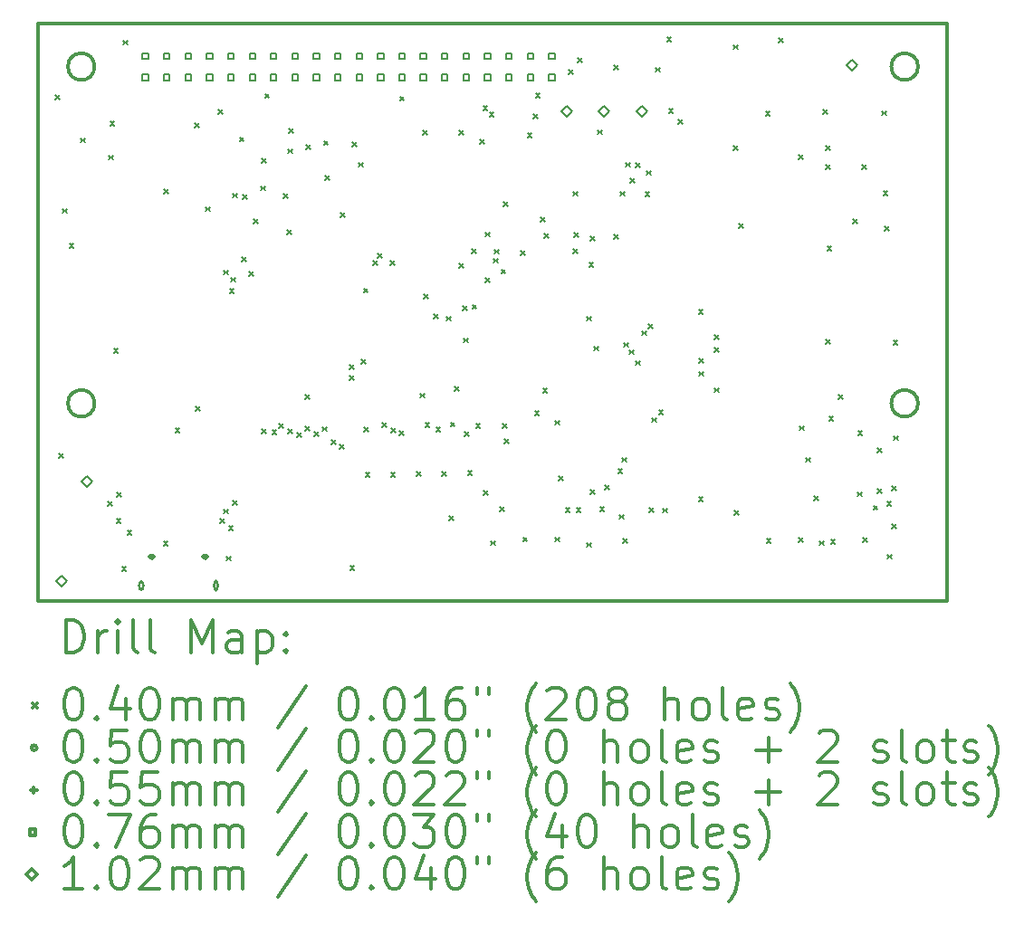
<source format=gbr>
%FSLAX45Y45*%
G04 Gerber Fmt 4.5, Leading zero omitted, Abs format (unit mm)*
G04 Created by KiCad (PCBNEW 4.0.2-stable) date 2016年08月10日水曜日 11:58:24*
%MOMM*%
G01*
G04 APERTURE LIST*
%ADD10C,0.127000*%
%ADD11C,0.300000*%
%ADD12C,0.200000*%
G04 APERTURE END LIST*
D10*
D11*
X8221200Y-3548800D02*
G75*
G03X8221200Y-3548800I-125000J0D01*
G01*
X8221200Y-398800D02*
G75*
G03X8221200Y-398800I-125000J0D01*
G01*
X521200Y-3548800D02*
G75*
G03X521200Y-3548800I-125000J0D01*
G01*
X521200Y-398800D02*
G75*
G03X521200Y-398800I-125000J0D01*
G01*
X8496200Y1200D02*
X-3800Y1200D01*
X-3800Y1200D02*
X-3800Y-5398800D01*
X8496200Y-5398800D02*
X-3800Y-5398800D01*
X8496200Y1200D02*
X8496200Y-5398800D01*
D12*
X156200Y-668800D02*
X196200Y-708800D01*
X196200Y-668800D02*
X156200Y-708800D01*
X186200Y-4018800D02*
X226200Y-4058800D01*
X226200Y-4018800D02*
X186200Y-4058800D01*
X221200Y-1728800D02*
X261200Y-1768800D01*
X261200Y-1728800D02*
X221200Y-1768800D01*
X286200Y-2053800D02*
X326200Y-2093800D01*
X326200Y-2053800D02*
X286200Y-2093800D01*
X391200Y-1068800D02*
X431200Y-1108800D01*
X431200Y-1068800D02*
X391200Y-1108800D01*
X646200Y-4468800D02*
X686200Y-4508800D01*
X686200Y-4468800D02*
X646200Y-4508800D01*
X656200Y-1228800D02*
X696200Y-1268800D01*
X696200Y-1228800D02*
X656200Y-1268800D01*
X666200Y-908800D02*
X706200Y-948800D01*
X706200Y-908800D02*
X666200Y-948800D01*
X701200Y-3033800D02*
X741200Y-3073800D01*
X741200Y-3033800D02*
X701200Y-3073800D01*
X726200Y-4628800D02*
X766200Y-4668800D01*
X766200Y-4628800D02*
X726200Y-4668800D01*
X730950Y-4383550D02*
X770950Y-4423550D01*
X770950Y-4383550D02*
X730950Y-4423550D01*
X776200Y-5078800D02*
X816200Y-5118800D01*
X816200Y-5078800D02*
X776200Y-5118800D01*
X788200Y-154800D02*
X828200Y-194800D01*
X828200Y-154800D02*
X788200Y-194800D01*
X826200Y-4738800D02*
X866200Y-4778800D01*
X866200Y-4738800D02*
X826200Y-4778800D01*
X1166200Y-4838800D02*
X1206200Y-4878800D01*
X1206200Y-4838800D02*
X1166200Y-4878800D01*
X1171200Y-1543800D02*
X1211200Y-1583800D01*
X1211200Y-1543800D02*
X1171200Y-1583800D01*
X1276200Y-3778800D02*
X1316200Y-3818800D01*
X1316200Y-3778800D02*
X1276200Y-3818800D01*
X1456200Y-928800D02*
X1496200Y-968800D01*
X1496200Y-928800D02*
X1456200Y-968800D01*
X1466200Y-3578800D02*
X1506200Y-3618800D01*
X1506200Y-3578800D02*
X1466200Y-3618800D01*
X1561200Y-1710800D02*
X1601200Y-1750800D01*
X1601200Y-1710800D02*
X1561200Y-1750800D01*
X1675200Y-802800D02*
X1715200Y-842800D01*
X1715200Y-802800D02*
X1675200Y-842800D01*
X1696200Y-4628800D02*
X1736200Y-4668800D01*
X1736200Y-4628800D02*
X1696200Y-4668800D01*
X1726200Y-4538800D02*
X1766200Y-4578800D01*
X1766200Y-4538800D02*
X1726200Y-4578800D01*
X1728840Y-2303800D02*
X1768840Y-2343800D01*
X1768840Y-2303800D02*
X1728840Y-2343800D01*
X1756200Y-4978800D02*
X1796200Y-5018800D01*
X1796200Y-4978800D02*
X1756200Y-5018800D01*
X1776200Y-4698800D02*
X1816200Y-4738800D01*
X1816200Y-4698800D02*
X1776200Y-4738800D01*
X1783200Y-2476800D02*
X1823200Y-2516800D01*
X1823200Y-2476800D02*
X1783200Y-2516800D01*
X1798220Y-2373180D02*
X1838220Y-2413180D01*
X1838220Y-2373180D02*
X1798220Y-2413180D01*
X1811200Y-1584800D02*
X1851200Y-1624800D01*
X1851200Y-1584800D02*
X1811200Y-1624800D01*
X1816200Y-4458800D02*
X1856200Y-4498800D01*
X1856200Y-4458800D02*
X1816200Y-4498800D01*
X1876200Y-1058800D02*
X1916200Y-1098800D01*
X1916200Y-1058800D02*
X1876200Y-1098800D01*
X1896200Y-2178800D02*
X1936200Y-2218800D01*
X1936200Y-2178800D02*
X1896200Y-2218800D01*
X1906200Y-1598800D02*
X1946200Y-1638800D01*
X1946200Y-1598800D02*
X1906200Y-1638800D01*
X1966200Y-2318800D02*
X2006200Y-2358800D01*
X2006200Y-2318800D02*
X1966200Y-2358800D01*
X2006200Y-1828800D02*
X2046200Y-1868800D01*
X2046200Y-1828800D02*
X2006200Y-1868800D01*
X2076120Y-1516060D02*
X2116120Y-1556060D01*
X2116120Y-1516060D02*
X2076120Y-1556060D01*
X2081700Y-1260000D02*
X2121700Y-1300000D01*
X2121700Y-1260000D02*
X2081700Y-1300000D01*
X2084180Y-3787690D02*
X2124180Y-3827690D01*
X2124180Y-3787690D02*
X2084180Y-3827690D01*
X2113830Y-653800D02*
X2153830Y-693800D01*
X2153830Y-653800D02*
X2113830Y-693800D01*
X2181200Y-3798800D02*
X2221200Y-3838800D01*
X2221200Y-3798800D02*
X2181200Y-3838800D01*
X2247200Y-3737800D02*
X2287200Y-3777800D01*
X2287200Y-3737800D02*
X2247200Y-3777800D01*
X2287200Y-1590800D02*
X2327200Y-1630800D01*
X2327200Y-1590800D02*
X2287200Y-1630800D01*
X2322200Y-1925800D02*
X2362200Y-1965800D01*
X2362200Y-1925800D02*
X2322200Y-1965800D01*
X2329200Y-1169800D02*
X2369200Y-1209800D01*
X2369200Y-1169800D02*
X2329200Y-1209800D01*
X2329200Y-3791800D02*
X2369200Y-3831800D01*
X2369200Y-3791800D02*
X2329200Y-3831800D01*
X2336200Y-978800D02*
X2376200Y-1018800D01*
X2376200Y-978800D02*
X2336200Y-1018800D01*
X2413200Y-3824800D02*
X2453200Y-3864800D01*
X2453200Y-3824800D02*
X2413200Y-3864800D01*
X2491200Y-3468800D02*
X2531200Y-3508800D01*
X2531200Y-3468800D02*
X2491200Y-3508800D01*
X2491200Y-3766800D02*
X2531200Y-3806800D01*
X2531200Y-3766800D02*
X2491200Y-3806800D01*
X2500200Y-1129800D02*
X2540200Y-1169800D01*
X2540200Y-1129800D02*
X2500200Y-1169800D01*
X2573200Y-3817800D02*
X2613200Y-3857800D01*
X2613200Y-3817800D02*
X2573200Y-3857800D01*
X2649200Y-3768800D02*
X2689200Y-3808800D01*
X2689200Y-3768800D02*
X2649200Y-3808800D01*
X2665200Y-1093800D02*
X2705200Y-1133800D01*
X2705200Y-1093800D02*
X2665200Y-1133800D01*
X2678200Y-1417800D02*
X2718200Y-1457800D01*
X2718200Y-1417800D02*
X2678200Y-1457800D01*
X2738200Y-3890800D02*
X2778200Y-3930800D01*
X2778200Y-3890800D02*
X2738200Y-3930800D01*
X2813200Y-3933800D02*
X2853200Y-3973800D01*
X2853200Y-3933800D02*
X2813200Y-3973800D01*
X2822200Y-1769800D02*
X2862200Y-1809800D01*
X2862200Y-1769800D02*
X2822200Y-1809800D01*
X2906200Y-3287800D02*
X2946200Y-3327800D01*
X2946200Y-3287800D02*
X2906200Y-3327800D01*
X2908200Y-3189800D02*
X2948200Y-3229800D01*
X2948200Y-3189800D02*
X2908200Y-3229800D01*
X2911200Y-5068800D02*
X2951200Y-5108800D01*
X2951200Y-5068800D02*
X2911200Y-5108800D01*
X2932200Y-1105800D02*
X2972200Y-1145800D01*
X2972200Y-1105800D02*
X2932200Y-1145800D01*
X2992200Y-1296800D02*
X3032200Y-1336800D01*
X3032200Y-1296800D02*
X2992200Y-1336800D01*
X3016200Y-3138800D02*
X3056200Y-3178800D01*
X3056200Y-3138800D02*
X3016200Y-3178800D01*
X3038200Y-2474800D02*
X3078200Y-2514800D01*
X3078200Y-2474800D02*
X3038200Y-2514800D01*
X3043200Y-3772800D02*
X3083200Y-3812800D01*
X3083200Y-3772800D02*
X3043200Y-3812800D01*
X3054200Y-4196800D02*
X3094200Y-4236800D01*
X3094200Y-4196800D02*
X3054200Y-4236800D01*
X3123200Y-2216800D02*
X3163200Y-2256800D01*
X3163200Y-2216800D02*
X3123200Y-2256800D01*
X3168200Y-2147800D02*
X3208200Y-2187800D01*
X3208200Y-2147800D02*
X3168200Y-2187800D01*
X3212200Y-3730800D02*
X3252200Y-3770800D01*
X3252200Y-3730800D02*
X3212200Y-3770800D01*
X3287200Y-2217800D02*
X3327200Y-2257800D01*
X3327200Y-2217800D02*
X3287200Y-2257800D01*
X3291200Y-4196800D02*
X3331200Y-4236800D01*
X3331200Y-4196800D02*
X3291200Y-4236800D01*
X3296200Y-3778800D02*
X3336200Y-3818800D01*
X3336200Y-3778800D02*
X3296200Y-3818800D01*
X3373200Y-3807800D02*
X3413200Y-3847800D01*
X3413200Y-3807800D02*
X3373200Y-3847800D01*
X3376200Y-678800D02*
X3416200Y-718800D01*
X3416200Y-678800D02*
X3376200Y-718800D01*
X3531200Y-4190800D02*
X3571200Y-4230800D01*
X3571200Y-4190800D02*
X3531200Y-4230800D01*
X3568350Y-3456110D02*
X3608350Y-3496110D01*
X3608350Y-3456110D02*
X3568350Y-3496110D01*
X3590200Y-998800D02*
X3630200Y-1038800D01*
X3630200Y-998800D02*
X3590200Y-1038800D01*
X3597200Y-2526800D02*
X3637200Y-2566800D01*
X3637200Y-2526800D02*
X3597200Y-2566800D01*
X3612200Y-3731800D02*
X3652200Y-3771800D01*
X3652200Y-3731800D02*
X3612200Y-3771800D01*
X3695900Y-2717180D02*
X3735900Y-2757180D01*
X3735900Y-2717180D02*
X3695900Y-2757180D01*
X3715150Y-3771610D02*
X3755150Y-3811610D01*
X3755150Y-3771610D02*
X3715150Y-3811610D01*
X3771200Y-4189800D02*
X3811200Y-4229800D01*
X3811200Y-4189800D02*
X3771200Y-4229800D01*
X3812200Y-2735800D02*
X3852200Y-2775800D01*
X3852200Y-2735800D02*
X3812200Y-2775800D01*
X3835200Y-4604800D02*
X3875200Y-4644800D01*
X3875200Y-4604800D02*
X3835200Y-4644800D01*
X3850200Y-3726800D02*
X3890200Y-3766800D01*
X3890200Y-3726800D02*
X3850200Y-3766800D01*
X3890960Y-3391770D02*
X3930960Y-3431770D01*
X3930960Y-3391770D02*
X3890960Y-3431770D01*
X3927720Y-998800D02*
X3967720Y-1038800D01*
X3967720Y-998800D02*
X3927720Y-1038800D01*
X3929200Y-2240800D02*
X3969200Y-2280800D01*
X3969200Y-2240800D02*
X3929200Y-2280800D01*
X3963690Y-2638800D02*
X4003690Y-2678800D01*
X4003690Y-2638800D02*
X3963690Y-2678800D01*
X3973510Y-2938800D02*
X4013510Y-2978800D01*
X4013510Y-2938800D02*
X3973510Y-2978800D01*
X3981200Y-3816800D02*
X4021200Y-3856800D01*
X4021200Y-3816800D02*
X3981200Y-3856800D01*
X4011200Y-4177800D02*
X4051200Y-4217800D01*
X4051200Y-4177800D02*
X4011200Y-4217800D01*
X4049200Y-2107800D02*
X4089200Y-2147800D01*
X4089200Y-2107800D02*
X4049200Y-2147800D01*
X4054200Y-2625800D02*
X4094200Y-2665800D01*
X4094200Y-2625800D02*
X4054200Y-2665800D01*
X4086200Y-3738800D02*
X4126200Y-3778800D01*
X4126200Y-3738800D02*
X4086200Y-3778800D01*
X4123200Y-1081800D02*
X4163200Y-1121800D01*
X4163200Y-1081800D02*
X4123200Y-1121800D01*
X4155200Y-768800D02*
X4195200Y-808800D01*
X4195200Y-768800D02*
X4155200Y-808800D01*
X4156200Y-4364800D02*
X4196200Y-4404800D01*
X4196200Y-4364800D02*
X4156200Y-4404800D01*
X4176200Y-1948800D02*
X4216200Y-1988800D01*
X4216200Y-1948800D02*
X4176200Y-1988800D01*
X4176200Y-2378800D02*
X4216200Y-2418800D01*
X4216200Y-2378800D02*
X4176200Y-2418800D01*
X4214200Y-827800D02*
X4254200Y-867800D01*
X4254200Y-827800D02*
X4214200Y-867800D01*
X4227200Y-4836800D02*
X4267200Y-4876800D01*
X4267200Y-4836800D02*
X4227200Y-4876800D01*
X4249580Y-2195130D02*
X4289580Y-2235130D01*
X4289580Y-2195130D02*
X4249580Y-2235130D01*
X4260770Y-2108800D02*
X4300770Y-2148800D01*
X4300770Y-2108800D02*
X4260770Y-2148800D01*
X4309200Y-4518800D02*
X4349200Y-4558800D01*
X4349200Y-4518800D02*
X4309200Y-4558800D01*
X4323200Y-2295800D02*
X4363200Y-2335800D01*
X4363200Y-2295800D02*
X4323200Y-2335800D01*
X4336200Y-3738800D02*
X4376200Y-3778800D01*
X4376200Y-3738800D02*
X4336200Y-3778800D01*
X4346200Y-1667800D02*
X4386200Y-1707800D01*
X4386200Y-1667800D02*
X4346200Y-1707800D01*
X4354200Y-3885800D02*
X4394200Y-3925800D01*
X4394200Y-3885800D02*
X4354200Y-3925800D01*
X4507200Y-2122800D02*
X4547200Y-2162800D01*
X4547200Y-2122800D02*
X4507200Y-2162800D01*
X4526200Y-4801800D02*
X4566200Y-4841800D01*
X4566200Y-4801800D02*
X4526200Y-4841800D01*
X4569200Y-1022800D02*
X4609200Y-1062800D01*
X4609200Y-1022800D02*
X4569200Y-1062800D01*
X4623200Y-841800D02*
X4663200Y-881800D01*
X4663200Y-841800D02*
X4623200Y-881800D01*
X4636200Y-3618800D02*
X4676200Y-3658800D01*
X4676200Y-3618800D02*
X4636200Y-3658800D01*
X4646320Y-649510D02*
X4686320Y-689510D01*
X4686320Y-649510D02*
X4646320Y-689510D01*
X4692200Y-1810800D02*
X4732200Y-1850800D01*
X4732200Y-1810800D02*
X4692200Y-1850800D01*
X4713360Y-3412020D02*
X4753360Y-3452020D01*
X4753360Y-3412020D02*
X4713360Y-3452020D01*
X4729200Y-1958800D02*
X4769200Y-1998800D01*
X4769200Y-1958800D02*
X4729200Y-1998800D01*
X4826200Y-3708800D02*
X4866200Y-3748800D01*
X4866200Y-3708800D02*
X4826200Y-3748800D01*
X4826200Y-4802800D02*
X4866200Y-4842800D01*
X4866200Y-4802800D02*
X4826200Y-4842800D01*
X4860700Y-4232300D02*
X4900700Y-4272300D01*
X4900700Y-4232300D02*
X4860700Y-4272300D01*
X4926200Y-4528800D02*
X4966200Y-4568800D01*
X4966200Y-4528800D02*
X4926200Y-4568800D01*
X4954460Y-428790D02*
X4994460Y-468790D01*
X4994460Y-428790D02*
X4954460Y-468790D01*
X4996200Y-1568800D02*
X5036200Y-1608800D01*
X5036200Y-1568800D02*
X4996200Y-1608800D01*
X4996200Y-2104800D02*
X5036200Y-2144800D01*
X5036200Y-2104800D02*
X4996200Y-2144800D01*
X5004200Y-1950800D02*
X5044200Y-1990800D01*
X5044200Y-1950800D02*
X5004200Y-1990800D01*
X5026200Y-4528800D02*
X5066200Y-4568800D01*
X5066200Y-4528800D02*
X5026200Y-4568800D01*
X5038530Y-321850D02*
X5078530Y-361850D01*
X5078530Y-321850D02*
X5038530Y-361850D01*
X5121760Y-2736330D02*
X5161760Y-2776330D01*
X5161760Y-2736330D02*
X5121760Y-2776330D01*
X5126200Y-4853800D02*
X5166200Y-4893800D01*
X5166200Y-4853800D02*
X5126200Y-4893800D01*
X5146200Y-2233800D02*
X5186200Y-2273800D01*
X5186200Y-2233800D02*
X5146200Y-2273800D01*
X5156200Y-4358800D02*
X5196200Y-4398800D01*
X5196200Y-4358800D02*
X5156200Y-4398800D01*
X5158200Y-1989800D02*
X5198200Y-2029800D01*
X5198200Y-1989800D02*
X5158200Y-2029800D01*
X5191200Y-3015800D02*
X5231200Y-3055800D01*
X5231200Y-3015800D02*
X5191200Y-3055800D01*
X5228200Y-992800D02*
X5268200Y-1032800D01*
X5268200Y-992800D02*
X5228200Y-1032800D01*
X5246200Y-4518800D02*
X5286200Y-4558800D01*
X5286200Y-4518800D02*
X5246200Y-4558800D01*
X5293200Y-4313800D02*
X5333200Y-4353800D01*
X5333200Y-4313800D02*
X5293200Y-4353800D01*
X5378200Y-386800D02*
X5418200Y-426800D01*
X5418200Y-386800D02*
X5378200Y-426800D01*
X5381200Y-1970800D02*
X5421200Y-2010800D01*
X5421200Y-1970800D02*
X5381200Y-2010800D01*
X5415200Y-4162800D02*
X5455200Y-4202800D01*
X5455200Y-4162800D02*
X5415200Y-4202800D01*
X5431450Y-4590890D02*
X5471450Y-4630890D01*
X5471450Y-4590890D02*
X5431450Y-4630890D01*
X5439200Y-1567800D02*
X5479200Y-1607800D01*
X5479200Y-1567800D02*
X5439200Y-1607800D01*
X5456200Y-4056800D02*
X5496200Y-4096800D01*
X5496200Y-4056800D02*
X5456200Y-4096800D01*
X5462200Y-4817800D02*
X5502200Y-4857800D01*
X5502200Y-4817800D02*
X5462200Y-4857800D01*
X5468620Y-2981380D02*
X5508620Y-3021380D01*
X5508620Y-2981380D02*
X5468620Y-3021380D01*
X5490200Y-1295800D02*
X5530200Y-1335800D01*
X5530200Y-1295800D02*
X5490200Y-1335800D01*
X5522140Y-3050560D02*
X5562140Y-3090560D01*
X5562140Y-3050560D02*
X5522140Y-3090560D01*
X5529200Y-1444800D02*
X5569200Y-1484800D01*
X5569200Y-1444800D02*
X5529200Y-1484800D01*
X5582100Y-3152000D02*
X5622100Y-3192000D01*
X5622100Y-3152000D02*
X5582100Y-3192000D01*
X5584200Y-1299800D02*
X5624200Y-1339800D01*
X5624200Y-1299800D02*
X5584200Y-1339800D01*
X5638670Y-2871210D02*
X5678670Y-2911210D01*
X5678670Y-2871210D02*
X5638670Y-2911210D01*
X5670200Y-1572800D02*
X5710200Y-1612800D01*
X5710200Y-1572800D02*
X5670200Y-1612800D01*
X5684200Y-1372800D02*
X5724200Y-1412800D01*
X5724200Y-1372800D02*
X5684200Y-1412800D01*
X5697200Y-2806800D02*
X5737200Y-2846800D01*
X5737200Y-2806800D02*
X5697200Y-2846800D01*
X5711200Y-4526270D02*
X5751200Y-4566270D01*
X5751200Y-4526270D02*
X5711200Y-4566270D01*
X5734200Y-3684800D02*
X5774200Y-3724800D01*
X5774200Y-3684800D02*
X5734200Y-3724800D01*
X5766200Y-408800D02*
X5806200Y-448800D01*
X5806200Y-408800D02*
X5766200Y-448800D01*
X5798200Y-3612800D02*
X5838200Y-3652800D01*
X5838200Y-3612800D02*
X5798200Y-3652800D01*
X5833730Y-4531800D02*
X5873730Y-4571800D01*
X5873730Y-4531800D02*
X5833730Y-4571800D01*
X5874550Y-123870D02*
X5914550Y-163870D01*
X5914550Y-123870D02*
X5874550Y-163870D01*
X5890200Y-794800D02*
X5930200Y-834800D01*
X5930200Y-794800D02*
X5890200Y-834800D01*
X5979200Y-896800D02*
X6019200Y-936800D01*
X6019200Y-896800D02*
X5979200Y-936800D01*
X6170130Y-2673270D02*
X6210130Y-2713270D01*
X6210130Y-2673270D02*
X6170130Y-2713270D01*
X6170200Y-4423800D02*
X6210200Y-4463800D01*
X6210200Y-4423800D02*
X6170200Y-4463800D01*
X6176200Y-3128800D02*
X6216200Y-3168800D01*
X6216200Y-3128800D02*
X6176200Y-3168800D01*
X6176200Y-3253800D02*
X6216200Y-3293800D01*
X6216200Y-3253800D02*
X6176200Y-3293800D01*
X6316200Y-3025800D02*
X6356200Y-3065800D01*
X6356200Y-3025800D02*
X6316200Y-3065800D01*
X6317200Y-2910800D02*
X6357200Y-2950800D01*
X6357200Y-2910800D02*
X6317200Y-2950800D01*
X6317200Y-3404800D02*
X6357200Y-3444800D01*
X6357200Y-3404800D02*
X6317200Y-3444800D01*
X6494640Y-195360D02*
X6534640Y-235360D01*
X6534640Y-195360D02*
X6494640Y-235360D01*
X6496200Y-1138800D02*
X6536200Y-1178800D01*
X6536200Y-1138800D02*
X6496200Y-1178800D01*
X6507200Y-4549800D02*
X6547200Y-4589800D01*
X6547200Y-4549800D02*
X6507200Y-4589800D01*
X6507200Y-4550800D02*
X6547200Y-4590800D01*
X6547200Y-4550800D02*
X6507200Y-4590800D01*
X6546200Y-1868800D02*
X6586200Y-1908800D01*
X6586200Y-1868800D02*
X6546200Y-1908800D01*
X6796200Y-818800D02*
X6836200Y-858800D01*
X6836200Y-818800D02*
X6796200Y-858800D01*
X6804200Y-4811800D02*
X6844200Y-4851800D01*
X6844200Y-4811800D02*
X6804200Y-4851800D01*
X6917880Y-133870D02*
X6957880Y-173870D01*
X6957880Y-133870D02*
X6917880Y-173870D01*
X7105330Y-1222550D02*
X7145330Y-1262550D01*
X7145330Y-1222550D02*
X7105330Y-1262550D01*
X7106200Y-4807800D02*
X7146200Y-4847800D01*
X7146200Y-4807800D02*
X7106200Y-4847800D01*
X7111200Y-3759800D02*
X7151200Y-3799800D01*
X7151200Y-3759800D02*
X7111200Y-3799800D01*
X7172200Y-4057800D02*
X7212200Y-4097800D01*
X7212200Y-4057800D02*
X7172200Y-4097800D01*
X7251200Y-4418780D02*
X7291200Y-4458780D01*
X7291200Y-4418780D02*
X7251200Y-4458780D01*
X7300380Y-4834910D02*
X7340380Y-4874910D01*
X7340380Y-4834910D02*
X7300380Y-4874910D01*
X7336200Y-798800D02*
X7376200Y-838800D01*
X7376200Y-798800D02*
X7336200Y-838800D01*
X7356680Y-1139300D02*
X7396680Y-1179300D01*
X7396680Y-1139300D02*
X7356680Y-1179300D01*
X7358730Y-1318800D02*
X7398730Y-1358800D01*
X7398730Y-1318800D02*
X7358730Y-1358800D01*
X7362200Y-2951800D02*
X7402200Y-2991800D01*
X7402200Y-2951800D02*
X7362200Y-2991800D01*
X7373200Y-2078800D02*
X7413200Y-2118800D01*
X7413200Y-2078800D02*
X7373200Y-2118800D01*
X7389200Y-3672800D02*
X7429200Y-3712800D01*
X7429200Y-3672800D02*
X7389200Y-3712800D01*
X7406200Y-4820800D02*
X7446200Y-4860800D01*
X7446200Y-4820800D02*
X7406200Y-4860800D01*
X7477200Y-3470060D02*
X7517200Y-3510060D01*
X7517200Y-3470060D02*
X7477200Y-3510060D01*
X7611200Y-1828800D02*
X7651200Y-1868800D01*
X7651200Y-1828800D02*
X7611200Y-1868800D01*
X7654200Y-4379800D02*
X7694200Y-4419800D01*
X7694200Y-4379800D02*
X7654200Y-4419800D01*
X7660200Y-3807800D02*
X7700200Y-3847800D01*
X7700200Y-3807800D02*
X7660200Y-3847800D01*
X7695280Y-1316330D02*
X7735280Y-1356330D01*
X7735280Y-1316330D02*
X7695280Y-1356330D01*
X7707200Y-4804800D02*
X7747200Y-4844800D01*
X7747200Y-4804800D02*
X7707200Y-4844800D01*
X7804200Y-4506800D02*
X7844200Y-4546800D01*
X7844200Y-4506800D02*
X7804200Y-4546800D01*
X7841200Y-4346170D02*
X7881200Y-4386170D01*
X7881200Y-4346170D02*
X7841200Y-4386170D01*
X7843200Y-3968800D02*
X7883200Y-4008800D01*
X7883200Y-3968800D02*
X7843200Y-4008800D01*
X7886200Y-813800D02*
X7926200Y-853800D01*
X7926200Y-813800D02*
X7886200Y-853800D01*
X7896200Y-1563800D02*
X7936200Y-1603800D01*
X7936200Y-1563800D02*
X7896200Y-1603800D01*
X7907220Y-1893800D02*
X7947220Y-1933800D01*
X7947220Y-1893800D02*
X7907220Y-1933800D01*
X7931200Y-4466800D02*
X7971200Y-4506800D01*
X7971200Y-4466800D02*
X7931200Y-4506800D01*
X7937200Y-4963800D02*
X7977200Y-5003800D01*
X7977200Y-4963800D02*
X7937200Y-5003800D01*
X7975200Y-4681800D02*
X8015200Y-4721800D01*
X8015200Y-4681800D02*
X7975200Y-4721800D01*
X7979200Y-4320800D02*
X8019200Y-4360800D01*
X8019200Y-4320800D02*
X7979200Y-4360800D01*
X7990200Y-2957800D02*
X8030200Y-2997800D01*
X8030200Y-2957800D02*
X7990200Y-2997800D01*
X7997200Y-3852800D02*
X8037200Y-3892800D01*
X8037200Y-3852800D02*
X7997200Y-3892800D01*
X981200Y-5253800D02*
G75*
G03X981200Y-5253800I-25000J0D01*
G01*
X941200Y-5221300D02*
X941200Y-5286300D01*
X971200Y-5221300D02*
X971200Y-5286300D01*
X941200Y-5286300D02*
G75*
G03X971200Y-5286300I15000J0D01*
G01*
X971200Y-5221300D02*
G75*
G03X941200Y-5221300I-15000J0D01*
G01*
X1681200Y-5253800D02*
G75*
G03X1681200Y-5253800I-25000J0D01*
G01*
X1641200Y-5221300D02*
X1641200Y-5286300D01*
X1671200Y-5221300D02*
X1671200Y-5286300D01*
X1641200Y-5286300D02*
G75*
G03X1671200Y-5286300I15000J0D01*
G01*
X1671200Y-5221300D02*
G75*
G03X1641200Y-5221300I-15000J0D01*
G01*
X1056200Y-4956300D02*
X1056200Y-5011300D01*
X1028700Y-4983800D02*
X1083700Y-4983800D01*
X1041200Y-5001300D02*
X1071200Y-5001300D01*
X1041200Y-4966300D02*
X1071200Y-4966300D01*
X1071200Y-5001300D02*
G75*
G03X1071200Y-4966300I0J17500D01*
G01*
X1041200Y-4966300D02*
G75*
G03X1041200Y-5001300I0J-17500D01*
G01*
X1556200Y-4956300D02*
X1556200Y-5011300D01*
X1528700Y-4983800D02*
X1583700Y-4983800D01*
X1541200Y-5001300D02*
X1571200Y-5001300D01*
X1541200Y-4966300D02*
X1571200Y-4966300D01*
X1571200Y-5001300D02*
G75*
G03X1571200Y-4966300I0J17500D01*
G01*
X1541200Y-4966300D02*
G75*
G03X1541200Y-5001300I0J-17500D01*
G01*
X1023141Y-325741D02*
X1023141Y-271859D01*
X969259Y-271859D01*
X969259Y-325741D01*
X1023141Y-325741D01*
X1023141Y-525741D02*
X1023141Y-471859D01*
X969259Y-471859D01*
X969259Y-525741D01*
X1023141Y-525741D01*
X1223141Y-325741D02*
X1223141Y-271859D01*
X1169259Y-271859D01*
X1169259Y-325741D01*
X1223141Y-325741D01*
X1223141Y-525741D02*
X1223141Y-471859D01*
X1169259Y-471859D01*
X1169259Y-525741D01*
X1223141Y-525741D01*
X1423141Y-325741D02*
X1423141Y-271859D01*
X1369259Y-271859D01*
X1369259Y-325741D01*
X1423141Y-325741D01*
X1423141Y-525741D02*
X1423141Y-471859D01*
X1369259Y-471859D01*
X1369259Y-525741D01*
X1423141Y-525741D01*
X1623141Y-325741D02*
X1623141Y-271859D01*
X1569259Y-271859D01*
X1569259Y-325741D01*
X1623141Y-325741D01*
X1623141Y-525741D02*
X1623141Y-471859D01*
X1569259Y-471859D01*
X1569259Y-525741D01*
X1623141Y-525741D01*
X1823141Y-325741D02*
X1823141Y-271859D01*
X1769259Y-271859D01*
X1769259Y-325741D01*
X1823141Y-325741D01*
X1823141Y-525741D02*
X1823141Y-471859D01*
X1769259Y-471859D01*
X1769259Y-525741D01*
X1823141Y-525741D01*
X2023141Y-325741D02*
X2023141Y-271859D01*
X1969259Y-271859D01*
X1969259Y-325741D01*
X2023141Y-325741D01*
X2023141Y-525741D02*
X2023141Y-471859D01*
X1969259Y-471859D01*
X1969259Y-525741D01*
X2023141Y-525741D01*
X2223141Y-325741D02*
X2223141Y-271859D01*
X2169259Y-271859D01*
X2169259Y-325741D01*
X2223141Y-325741D01*
X2223141Y-525741D02*
X2223141Y-471859D01*
X2169259Y-471859D01*
X2169259Y-525741D01*
X2223141Y-525741D01*
X2423141Y-325741D02*
X2423141Y-271859D01*
X2369259Y-271859D01*
X2369259Y-325741D01*
X2423141Y-325741D01*
X2423141Y-525741D02*
X2423141Y-471859D01*
X2369259Y-471859D01*
X2369259Y-525741D01*
X2423141Y-525741D01*
X2623141Y-325741D02*
X2623141Y-271859D01*
X2569259Y-271859D01*
X2569259Y-325741D01*
X2623141Y-325741D01*
X2623141Y-525741D02*
X2623141Y-471859D01*
X2569259Y-471859D01*
X2569259Y-525741D01*
X2623141Y-525741D01*
X2823141Y-325741D02*
X2823141Y-271859D01*
X2769259Y-271859D01*
X2769259Y-325741D01*
X2823141Y-325741D01*
X2823141Y-525741D02*
X2823141Y-471859D01*
X2769259Y-471859D01*
X2769259Y-525741D01*
X2823141Y-525741D01*
X3023141Y-325741D02*
X3023141Y-271859D01*
X2969259Y-271859D01*
X2969259Y-325741D01*
X3023141Y-325741D01*
X3023141Y-525741D02*
X3023141Y-471859D01*
X2969259Y-471859D01*
X2969259Y-525741D01*
X3023141Y-525741D01*
X3223141Y-325741D02*
X3223141Y-271859D01*
X3169259Y-271859D01*
X3169259Y-325741D01*
X3223141Y-325741D01*
X3223141Y-525741D02*
X3223141Y-471859D01*
X3169259Y-471859D01*
X3169259Y-525741D01*
X3223141Y-525741D01*
X3423141Y-325741D02*
X3423141Y-271859D01*
X3369259Y-271859D01*
X3369259Y-325741D01*
X3423141Y-325741D01*
X3423141Y-525741D02*
X3423141Y-471859D01*
X3369259Y-471859D01*
X3369259Y-525741D01*
X3423141Y-525741D01*
X3623141Y-325741D02*
X3623141Y-271859D01*
X3569259Y-271859D01*
X3569259Y-325741D01*
X3623141Y-325741D01*
X3623141Y-525741D02*
X3623141Y-471859D01*
X3569259Y-471859D01*
X3569259Y-525741D01*
X3623141Y-525741D01*
X3823141Y-325741D02*
X3823141Y-271859D01*
X3769259Y-271859D01*
X3769259Y-325741D01*
X3823141Y-325741D01*
X3823141Y-525741D02*
X3823141Y-471859D01*
X3769259Y-471859D01*
X3769259Y-525741D01*
X3823141Y-525741D01*
X4023141Y-325741D02*
X4023141Y-271859D01*
X3969259Y-271859D01*
X3969259Y-325741D01*
X4023141Y-325741D01*
X4023141Y-525741D02*
X4023141Y-471859D01*
X3969259Y-471859D01*
X3969259Y-525741D01*
X4023141Y-525741D01*
X4223141Y-325741D02*
X4223141Y-271859D01*
X4169259Y-271859D01*
X4169259Y-325741D01*
X4223141Y-325741D01*
X4223141Y-525741D02*
X4223141Y-471859D01*
X4169259Y-471859D01*
X4169259Y-525741D01*
X4223141Y-525741D01*
X4423141Y-325741D02*
X4423141Y-271859D01*
X4369259Y-271859D01*
X4369259Y-325741D01*
X4423141Y-325741D01*
X4423141Y-525741D02*
X4423141Y-471859D01*
X4369259Y-471859D01*
X4369259Y-525741D01*
X4423141Y-525741D01*
X4623141Y-325741D02*
X4623141Y-271859D01*
X4569259Y-271859D01*
X4569259Y-325741D01*
X4623141Y-325741D01*
X4623141Y-525741D02*
X4623141Y-471859D01*
X4569259Y-471859D01*
X4569259Y-525741D01*
X4623141Y-525741D01*
X4823141Y-325741D02*
X4823141Y-271859D01*
X4769259Y-271859D01*
X4769259Y-325741D01*
X4823141Y-325741D01*
X4823141Y-525741D02*
X4823141Y-471859D01*
X4769259Y-471859D01*
X4769259Y-525741D01*
X4823141Y-525741D01*
X216200Y-5259600D02*
X267000Y-5208800D01*
X216200Y-5158000D01*
X165400Y-5208800D01*
X216200Y-5259600D01*
X446200Y-4329600D02*
X497000Y-4278800D01*
X446200Y-4228000D01*
X395400Y-4278800D01*
X446200Y-4329600D01*
X4936200Y-869600D02*
X4987000Y-818800D01*
X4936200Y-768000D01*
X4885400Y-818800D01*
X4936200Y-869600D01*
X5286200Y-869600D02*
X5337000Y-818800D01*
X5286200Y-768000D01*
X5235400Y-818800D01*
X5286200Y-869600D01*
X5636200Y-869600D02*
X5687000Y-818800D01*
X5636200Y-768000D01*
X5585400Y-818800D01*
X5636200Y-869600D01*
X7606200Y-439600D02*
X7657000Y-388800D01*
X7606200Y-338000D01*
X7555400Y-388800D01*
X7606200Y-439600D01*
D11*
X252628Y-5879514D02*
X252628Y-5579514D01*
X324057Y-5579514D01*
X366914Y-5593800D01*
X395486Y-5622371D01*
X409771Y-5650943D01*
X424057Y-5708086D01*
X424057Y-5750943D01*
X409771Y-5808086D01*
X395486Y-5836657D01*
X366914Y-5865229D01*
X324057Y-5879514D01*
X252628Y-5879514D01*
X552629Y-5879514D02*
X552629Y-5679514D01*
X552629Y-5736657D02*
X566914Y-5708086D01*
X581200Y-5693800D01*
X609771Y-5679514D01*
X638343Y-5679514D01*
X738343Y-5879514D02*
X738343Y-5679514D01*
X738343Y-5579514D02*
X724057Y-5593800D01*
X738343Y-5608086D01*
X752628Y-5593800D01*
X738343Y-5579514D01*
X738343Y-5608086D01*
X924057Y-5879514D02*
X895486Y-5865229D01*
X881200Y-5836657D01*
X881200Y-5579514D01*
X1081200Y-5879514D02*
X1052629Y-5865229D01*
X1038343Y-5836657D01*
X1038343Y-5579514D01*
X1424057Y-5879514D02*
X1424057Y-5579514D01*
X1524057Y-5793800D01*
X1624057Y-5579514D01*
X1624057Y-5879514D01*
X1895486Y-5879514D02*
X1895486Y-5722371D01*
X1881200Y-5693800D01*
X1852628Y-5679514D01*
X1795486Y-5679514D01*
X1766914Y-5693800D01*
X1895486Y-5865229D02*
X1866914Y-5879514D01*
X1795486Y-5879514D01*
X1766914Y-5865229D01*
X1752628Y-5836657D01*
X1752628Y-5808086D01*
X1766914Y-5779514D01*
X1795486Y-5765229D01*
X1866914Y-5765229D01*
X1895486Y-5750943D01*
X2038343Y-5679514D02*
X2038343Y-5979514D01*
X2038343Y-5693800D02*
X2066914Y-5679514D01*
X2124057Y-5679514D01*
X2152629Y-5693800D01*
X2166914Y-5708086D01*
X2181200Y-5736657D01*
X2181200Y-5822371D01*
X2166914Y-5850943D01*
X2152629Y-5865229D01*
X2124057Y-5879514D01*
X2066914Y-5879514D01*
X2038343Y-5865229D01*
X2309771Y-5850943D02*
X2324057Y-5865229D01*
X2309771Y-5879514D01*
X2295486Y-5865229D01*
X2309771Y-5850943D01*
X2309771Y-5879514D01*
X2309771Y-5693800D02*
X2324057Y-5708086D01*
X2309771Y-5722371D01*
X2295486Y-5708086D01*
X2309771Y-5693800D01*
X2309771Y-5722371D01*
X-58800Y-6353800D02*
X-18800Y-6393800D01*
X-18800Y-6353800D02*
X-58800Y-6393800D01*
X309771Y-6209514D02*
X338343Y-6209514D01*
X366914Y-6223800D01*
X381200Y-6238086D01*
X395486Y-6266657D01*
X409771Y-6323800D01*
X409771Y-6395229D01*
X395486Y-6452371D01*
X381200Y-6480943D01*
X366914Y-6495229D01*
X338343Y-6509514D01*
X309771Y-6509514D01*
X281200Y-6495229D01*
X266914Y-6480943D01*
X252628Y-6452371D01*
X238343Y-6395229D01*
X238343Y-6323800D01*
X252628Y-6266657D01*
X266914Y-6238086D01*
X281200Y-6223800D01*
X309771Y-6209514D01*
X538343Y-6480943D02*
X552629Y-6495229D01*
X538343Y-6509514D01*
X524057Y-6495229D01*
X538343Y-6480943D01*
X538343Y-6509514D01*
X809771Y-6309514D02*
X809771Y-6509514D01*
X738343Y-6195229D02*
X666914Y-6409514D01*
X852628Y-6409514D01*
X1024057Y-6209514D02*
X1052629Y-6209514D01*
X1081200Y-6223800D01*
X1095486Y-6238086D01*
X1109771Y-6266657D01*
X1124057Y-6323800D01*
X1124057Y-6395229D01*
X1109771Y-6452371D01*
X1095486Y-6480943D01*
X1081200Y-6495229D01*
X1052629Y-6509514D01*
X1024057Y-6509514D01*
X995486Y-6495229D01*
X981200Y-6480943D01*
X966914Y-6452371D01*
X952628Y-6395229D01*
X952628Y-6323800D01*
X966914Y-6266657D01*
X981200Y-6238086D01*
X995486Y-6223800D01*
X1024057Y-6209514D01*
X1252629Y-6509514D02*
X1252629Y-6309514D01*
X1252629Y-6338086D02*
X1266914Y-6323800D01*
X1295486Y-6309514D01*
X1338343Y-6309514D01*
X1366914Y-6323800D01*
X1381200Y-6352371D01*
X1381200Y-6509514D01*
X1381200Y-6352371D02*
X1395486Y-6323800D01*
X1424057Y-6309514D01*
X1466914Y-6309514D01*
X1495486Y-6323800D01*
X1509771Y-6352371D01*
X1509771Y-6509514D01*
X1652628Y-6509514D02*
X1652628Y-6309514D01*
X1652628Y-6338086D02*
X1666914Y-6323800D01*
X1695486Y-6309514D01*
X1738343Y-6309514D01*
X1766914Y-6323800D01*
X1781200Y-6352371D01*
X1781200Y-6509514D01*
X1781200Y-6352371D02*
X1795486Y-6323800D01*
X1824057Y-6309514D01*
X1866914Y-6309514D01*
X1895486Y-6323800D01*
X1909771Y-6352371D01*
X1909771Y-6509514D01*
X2495486Y-6195229D02*
X2238343Y-6580943D01*
X2881200Y-6209514D02*
X2909771Y-6209514D01*
X2938343Y-6223800D01*
X2952628Y-6238086D01*
X2966914Y-6266657D01*
X2981200Y-6323800D01*
X2981200Y-6395229D01*
X2966914Y-6452371D01*
X2952628Y-6480943D01*
X2938343Y-6495229D01*
X2909771Y-6509514D01*
X2881200Y-6509514D01*
X2852628Y-6495229D01*
X2838343Y-6480943D01*
X2824057Y-6452371D01*
X2809771Y-6395229D01*
X2809771Y-6323800D01*
X2824057Y-6266657D01*
X2838343Y-6238086D01*
X2852628Y-6223800D01*
X2881200Y-6209514D01*
X3109771Y-6480943D02*
X3124057Y-6495229D01*
X3109771Y-6509514D01*
X3095486Y-6495229D01*
X3109771Y-6480943D01*
X3109771Y-6509514D01*
X3309771Y-6209514D02*
X3338343Y-6209514D01*
X3366914Y-6223800D01*
X3381200Y-6238086D01*
X3395485Y-6266657D01*
X3409771Y-6323800D01*
X3409771Y-6395229D01*
X3395485Y-6452371D01*
X3381200Y-6480943D01*
X3366914Y-6495229D01*
X3338343Y-6509514D01*
X3309771Y-6509514D01*
X3281200Y-6495229D01*
X3266914Y-6480943D01*
X3252628Y-6452371D01*
X3238343Y-6395229D01*
X3238343Y-6323800D01*
X3252628Y-6266657D01*
X3266914Y-6238086D01*
X3281200Y-6223800D01*
X3309771Y-6209514D01*
X3695485Y-6509514D02*
X3524057Y-6509514D01*
X3609771Y-6509514D02*
X3609771Y-6209514D01*
X3581200Y-6252371D01*
X3552628Y-6280943D01*
X3524057Y-6295229D01*
X3952628Y-6209514D02*
X3895485Y-6209514D01*
X3866914Y-6223800D01*
X3852628Y-6238086D01*
X3824057Y-6280943D01*
X3809771Y-6338086D01*
X3809771Y-6452371D01*
X3824057Y-6480943D01*
X3838343Y-6495229D01*
X3866914Y-6509514D01*
X3924057Y-6509514D01*
X3952628Y-6495229D01*
X3966914Y-6480943D01*
X3981200Y-6452371D01*
X3981200Y-6380943D01*
X3966914Y-6352371D01*
X3952628Y-6338086D01*
X3924057Y-6323800D01*
X3866914Y-6323800D01*
X3838343Y-6338086D01*
X3824057Y-6352371D01*
X3809771Y-6380943D01*
X4095486Y-6209514D02*
X4095486Y-6266657D01*
X4209771Y-6209514D02*
X4209771Y-6266657D01*
X4652628Y-6623800D02*
X4638343Y-6609514D01*
X4609771Y-6566657D01*
X4595486Y-6538086D01*
X4581200Y-6495229D01*
X4566914Y-6423800D01*
X4566914Y-6366657D01*
X4581200Y-6295229D01*
X4595486Y-6252371D01*
X4609771Y-6223800D01*
X4638343Y-6180943D01*
X4652628Y-6166657D01*
X4752628Y-6238086D02*
X4766914Y-6223800D01*
X4795486Y-6209514D01*
X4866914Y-6209514D01*
X4895486Y-6223800D01*
X4909771Y-6238086D01*
X4924057Y-6266657D01*
X4924057Y-6295229D01*
X4909771Y-6338086D01*
X4738343Y-6509514D01*
X4924057Y-6509514D01*
X5109771Y-6209514D02*
X5138343Y-6209514D01*
X5166914Y-6223800D01*
X5181200Y-6238086D01*
X5195486Y-6266657D01*
X5209771Y-6323800D01*
X5209771Y-6395229D01*
X5195486Y-6452371D01*
X5181200Y-6480943D01*
X5166914Y-6495229D01*
X5138343Y-6509514D01*
X5109771Y-6509514D01*
X5081200Y-6495229D01*
X5066914Y-6480943D01*
X5052628Y-6452371D01*
X5038343Y-6395229D01*
X5038343Y-6323800D01*
X5052628Y-6266657D01*
X5066914Y-6238086D01*
X5081200Y-6223800D01*
X5109771Y-6209514D01*
X5381200Y-6338086D02*
X5352628Y-6323800D01*
X5338343Y-6309514D01*
X5324057Y-6280943D01*
X5324057Y-6266657D01*
X5338343Y-6238086D01*
X5352628Y-6223800D01*
X5381200Y-6209514D01*
X5438343Y-6209514D01*
X5466914Y-6223800D01*
X5481200Y-6238086D01*
X5495486Y-6266657D01*
X5495486Y-6280943D01*
X5481200Y-6309514D01*
X5466914Y-6323800D01*
X5438343Y-6338086D01*
X5381200Y-6338086D01*
X5352628Y-6352371D01*
X5338343Y-6366657D01*
X5324057Y-6395229D01*
X5324057Y-6452371D01*
X5338343Y-6480943D01*
X5352628Y-6495229D01*
X5381200Y-6509514D01*
X5438343Y-6509514D01*
X5466914Y-6495229D01*
X5481200Y-6480943D01*
X5495486Y-6452371D01*
X5495486Y-6395229D01*
X5481200Y-6366657D01*
X5466914Y-6352371D01*
X5438343Y-6338086D01*
X5852628Y-6509514D02*
X5852628Y-6209514D01*
X5981200Y-6509514D02*
X5981200Y-6352371D01*
X5966914Y-6323800D01*
X5938343Y-6309514D01*
X5895485Y-6309514D01*
X5866914Y-6323800D01*
X5852628Y-6338086D01*
X6166914Y-6509514D02*
X6138343Y-6495229D01*
X6124057Y-6480943D01*
X6109771Y-6452371D01*
X6109771Y-6366657D01*
X6124057Y-6338086D01*
X6138343Y-6323800D01*
X6166914Y-6309514D01*
X6209771Y-6309514D01*
X6238343Y-6323800D01*
X6252628Y-6338086D01*
X6266914Y-6366657D01*
X6266914Y-6452371D01*
X6252628Y-6480943D01*
X6238343Y-6495229D01*
X6209771Y-6509514D01*
X6166914Y-6509514D01*
X6438343Y-6509514D02*
X6409771Y-6495229D01*
X6395486Y-6466657D01*
X6395486Y-6209514D01*
X6666914Y-6495229D02*
X6638343Y-6509514D01*
X6581200Y-6509514D01*
X6552628Y-6495229D01*
X6538343Y-6466657D01*
X6538343Y-6352371D01*
X6552628Y-6323800D01*
X6581200Y-6309514D01*
X6638343Y-6309514D01*
X6666914Y-6323800D01*
X6681200Y-6352371D01*
X6681200Y-6380943D01*
X6538343Y-6409514D01*
X6795486Y-6495229D02*
X6824057Y-6509514D01*
X6881200Y-6509514D01*
X6909771Y-6495229D01*
X6924057Y-6466657D01*
X6924057Y-6452371D01*
X6909771Y-6423800D01*
X6881200Y-6409514D01*
X6838343Y-6409514D01*
X6809771Y-6395229D01*
X6795486Y-6366657D01*
X6795486Y-6352371D01*
X6809771Y-6323800D01*
X6838343Y-6309514D01*
X6881200Y-6309514D01*
X6909771Y-6323800D01*
X7024057Y-6623800D02*
X7038343Y-6609514D01*
X7066914Y-6566657D01*
X7081200Y-6538086D01*
X7095486Y-6495229D01*
X7109771Y-6423800D01*
X7109771Y-6366657D01*
X7095486Y-6295229D01*
X7081200Y-6252371D01*
X7066914Y-6223800D01*
X7038343Y-6180943D01*
X7024057Y-6166657D01*
X-18800Y-6769800D02*
G75*
G03X-18800Y-6769800I-25000J0D01*
G01*
X309771Y-6605514D02*
X338343Y-6605514D01*
X366914Y-6619800D01*
X381200Y-6634086D01*
X395486Y-6662657D01*
X409771Y-6719800D01*
X409771Y-6791229D01*
X395486Y-6848371D01*
X381200Y-6876943D01*
X366914Y-6891229D01*
X338343Y-6905514D01*
X309771Y-6905514D01*
X281200Y-6891229D01*
X266914Y-6876943D01*
X252628Y-6848371D01*
X238343Y-6791229D01*
X238343Y-6719800D01*
X252628Y-6662657D01*
X266914Y-6634086D01*
X281200Y-6619800D01*
X309771Y-6605514D01*
X538343Y-6876943D02*
X552629Y-6891229D01*
X538343Y-6905514D01*
X524057Y-6891229D01*
X538343Y-6876943D01*
X538343Y-6905514D01*
X824057Y-6605514D02*
X681200Y-6605514D01*
X666914Y-6748371D01*
X681200Y-6734086D01*
X709771Y-6719800D01*
X781200Y-6719800D01*
X809771Y-6734086D01*
X824057Y-6748371D01*
X838343Y-6776943D01*
X838343Y-6848371D01*
X824057Y-6876943D01*
X809771Y-6891229D01*
X781200Y-6905514D01*
X709771Y-6905514D01*
X681200Y-6891229D01*
X666914Y-6876943D01*
X1024057Y-6605514D02*
X1052629Y-6605514D01*
X1081200Y-6619800D01*
X1095486Y-6634086D01*
X1109771Y-6662657D01*
X1124057Y-6719800D01*
X1124057Y-6791229D01*
X1109771Y-6848371D01*
X1095486Y-6876943D01*
X1081200Y-6891229D01*
X1052629Y-6905514D01*
X1024057Y-6905514D01*
X995486Y-6891229D01*
X981200Y-6876943D01*
X966914Y-6848371D01*
X952628Y-6791229D01*
X952628Y-6719800D01*
X966914Y-6662657D01*
X981200Y-6634086D01*
X995486Y-6619800D01*
X1024057Y-6605514D01*
X1252629Y-6905514D02*
X1252629Y-6705514D01*
X1252629Y-6734086D02*
X1266914Y-6719800D01*
X1295486Y-6705514D01*
X1338343Y-6705514D01*
X1366914Y-6719800D01*
X1381200Y-6748371D01*
X1381200Y-6905514D01*
X1381200Y-6748371D02*
X1395486Y-6719800D01*
X1424057Y-6705514D01*
X1466914Y-6705514D01*
X1495486Y-6719800D01*
X1509771Y-6748371D01*
X1509771Y-6905514D01*
X1652628Y-6905514D02*
X1652628Y-6705514D01*
X1652628Y-6734086D02*
X1666914Y-6719800D01*
X1695486Y-6705514D01*
X1738343Y-6705514D01*
X1766914Y-6719800D01*
X1781200Y-6748371D01*
X1781200Y-6905514D01*
X1781200Y-6748371D02*
X1795486Y-6719800D01*
X1824057Y-6705514D01*
X1866914Y-6705514D01*
X1895486Y-6719800D01*
X1909771Y-6748371D01*
X1909771Y-6905514D01*
X2495486Y-6591229D02*
X2238343Y-6976943D01*
X2881200Y-6605514D02*
X2909771Y-6605514D01*
X2938343Y-6619800D01*
X2952628Y-6634086D01*
X2966914Y-6662657D01*
X2981200Y-6719800D01*
X2981200Y-6791229D01*
X2966914Y-6848371D01*
X2952628Y-6876943D01*
X2938343Y-6891229D01*
X2909771Y-6905514D01*
X2881200Y-6905514D01*
X2852628Y-6891229D01*
X2838343Y-6876943D01*
X2824057Y-6848371D01*
X2809771Y-6791229D01*
X2809771Y-6719800D01*
X2824057Y-6662657D01*
X2838343Y-6634086D01*
X2852628Y-6619800D01*
X2881200Y-6605514D01*
X3109771Y-6876943D02*
X3124057Y-6891229D01*
X3109771Y-6905514D01*
X3095486Y-6891229D01*
X3109771Y-6876943D01*
X3109771Y-6905514D01*
X3309771Y-6605514D02*
X3338343Y-6605514D01*
X3366914Y-6619800D01*
X3381200Y-6634086D01*
X3395485Y-6662657D01*
X3409771Y-6719800D01*
X3409771Y-6791229D01*
X3395485Y-6848371D01*
X3381200Y-6876943D01*
X3366914Y-6891229D01*
X3338343Y-6905514D01*
X3309771Y-6905514D01*
X3281200Y-6891229D01*
X3266914Y-6876943D01*
X3252628Y-6848371D01*
X3238343Y-6791229D01*
X3238343Y-6719800D01*
X3252628Y-6662657D01*
X3266914Y-6634086D01*
X3281200Y-6619800D01*
X3309771Y-6605514D01*
X3524057Y-6634086D02*
X3538343Y-6619800D01*
X3566914Y-6605514D01*
X3638343Y-6605514D01*
X3666914Y-6619800D01*
X3681200Y-6634086D01*
X3695485Y-6662657D01*
X3695485Y-6691229D01*
X3681200Y-6734086D01*
X3509771Y-6905514D01*
X3695485Y-6905514D01*
X3881200Y-6605514D02*
X3909771Y-6605514D01*
X3938343Y-6619800D01*
X3952628Y-6634086D01*
X3966914Y-6662657D01*
X3981200Y-6719800D01*
X3981200Y-6791229D01*
X3966914Y-6848371D01*
X3952628Y-6876943D01*
X3938343Y-6891229D01*
X3909771Y-6905514D01*
X3881200Y-6905514D01*
X3852628Y-6891229D01*
X3838343Y-6876943D01*
X3824057Y-6848371D01*
X3809771Y-6791229D01*
X3809771Y-6719800D01*
X3824057Y-6662657D01*
X3838343Y-6634086D01*
X3852628Y-6619800D01*
X3881200Y-6605514D01*
X4095486Y-6605514D02*
X4095486Y-6662657D01*
X4209771Y-6605514D02*
X4209771Y-6662657D01*
X4652628Y-7019800D02*
X4638343Y-7005514D01*
X4609771Y-6962657D01*
X4595486Y-6934086D01*
X4581200Y-6891229D01*
X4566914Y-6819800D01*
X4566914Y-6762657D01*
X4581200Y-6691229D01*
X4595486Y-6648371D01*
X4609771Y-6619800D01*
X4638343Y-6576943D01*
X4652628Y-6562657D01*
X4824057Y-6605514D02*
X4852628Y-6605514D01*
X4881200Y-6619800D01*
X4895486Y-6634086D01*
X4909771Y-6662657D01*
X4924057Y-6719800D01*
X4924057Y-6791229D01*
X4909771Y-6848371D01*
X4895486Y-6876943D01*
X4881200Y-6891229D01*
X4852628Y-6905514D01*
X4824057Y-6905514D01*
X4795486Y-6891229D01*
X4781200Y-6876943D01*
X4766914Y-6848371D01*
X4752628Y-6791229D01*
X4752628Y-6719800D01*
X4766914Y-6662657D01*
X4781200Y-6634086D01*
X4795486Y-6619800D01*
X4824057Y-6605514D01*
X5281200Y-6905514D02*
X5281200Y-6605514D01*
X5409771Y-6905514D02*
X5409771Y-6748371D01*
X5395486Y-6719800D01*
X5366914Y-6705514D01*
X5324057Y-6705514D01*
X5295486Y-6719800D01*
X5281200Y-6734086D01*
X5595485Y-6905514D02*
X5566914Y-6891229D01*
X5552628Y-6876943D01*
X5538343Y-6848371D01*
X5538343Y-6762657D01*
X5552628Y-6734086D01*
X5566914Y-6719800D01*
X5595485Y-6705514D01*
X5638343Y-6705514D01*
X5666914Y-6719800D01*
X5681200Y-6734086D01*
X5695485Y-6762657D01*
X5695485Y-6848371D01*
X5681200Y-6876943D01*
X5666914Y-6891229D01*
X5638343Y-6905514D01*
X5595485Y-6905514D01*
X5866914Y-6905514D02*
X5838343Y-6891229D01*
X5824057Y-6862657D01*
X5824057Y-6605514D01*
X6095486Y-6891229D02*
X6066914Y-6905514D01*
X6009771Y-6905514D01*
X5981200Y-6891229D01*
X5966914Y-6862657D01*
X5966914Y-6748371D01*
X5981200Y-6719800D01*
X6009771Y-6705514D01*
X6066914Y-6705514D01*
X6095486Y-6719800D01*
X6109771Y-6748371D01*
X6109771Y-6776943D01*
X5966914Y-6805514D01*
X6224057Y-6891229D02*
X6252628Y-6905514D01*
X6309771Y-6905514D01*
X6338343Y-6891229D01*
X6352628Y-6862657D01*
X6352628Y-6848371D01*
X6338343Y-6819800D01*
X6309771Y-6805514D01*
X6266914Y-6805514D01*
X6238343Y-6791229D01*
X6224057Y-6762657D01*
X6224057Y-6748371D01*
X6238343Y-6719800D01*
X6266914Y-6705514D01*
X6309771Y-6705514D01*
X6338343Y-6719800D01*
X6709771Y-6791229D02*
X6938343Y-6791229D01*
X6824057Y-6905514D02*
X6824057Y-6676943D01*
X7295486Y-6634086D02*
X7309771Y-6619800D01*
X7338343Y-6605514D01*
X7409771Y-6605514D01*
X7438343Y-6619800D01*
X7452628Y-6634086D01*
X7466914Y-6662657D01*
X7466914Y-6691229D01*
X7452628Y-6734086D01*
X7281200Y-6905514D01*
X7466914Y-6905514D01*
X7809771Y-6891229D02*
X7838343Y-6905514D01*
X7895485Y-6905514D01*
X7924057Y-6891229D01*
X7938343Y-6862657D01*
X7938343Y-6848371D01*
X7924057Y-6819800D01*
X7895485Y-6805514D01*
X7852628Y-6805514D01*
X7824057Y-6791229D01*
X7809771Y-6762657D01*
X7809771Y-6748371D01*
X7824057Y-6719800D01*
X7852628Y-6705514D01*
X7895485Y-6705514D01*
X7924057Y-6719800D01*
X8109771Y-6905514D02*
X8081200Y-6891229D01*
X8066914Y-6862657D01*
X8066914Y-6605514D01*
X8266914Y-6905514D02*
X8238343Y-6891229D01*
X8224057Y-6876943D01*
X8209771Y-6848371D01*
X8209771Y-6762657D01*
X8224057Y-6734086D01*
X8238343Y-6719800D01*
X8266914Y-6705514D01*
X8309771Y-6705514D01*
X8338343Y-6719800D01*
X8352628Y-6734086D01*
X8366914Y-6762657D01*
X8366914Y-6848371D01*
X8352628Y-6876943D01*
X8338343Y-6891229D01*
X8309771Y-6905514D01*
X8266914Y-6905514D01*
X8452628Y-6705514D02*
X8566914Y-6705514D01*
X8495486Y-6605514D02*
X8495486Y-6862657D01*
X8509771Y-6891229D01*
X8538343Y-6905514D01*
X8566914Y-6905514D01*
X8652629Y-6891229D02*
X8681200Y-6905514D01*
X8738343Y-6905514D01*
X8766914Y-6891229D01*
X8781200Y-6862657D01*
X8781200Y-6848371D01*
X8766914Y-6819800D01*
X8738343Y-6805514D01*
X8695486Y-6805514D01*
X8666914Y-6791229D01*
X8652629Y-6762657D01*
X8652629Y-6748371D01*
X8666914Y-6719800D01*
X8695486Y-6705514D01*
X8738343Y-6705514D01*
X8766914Y-6719800D01*
X8881200Y-7019800D02*
X8895486Y-7005514D01*
X8924057Y-6962657D01*
X8938343Y-6934086D01*
X8952628Y-6891229D01*
X8966914Y-6819800D01*
X8966914Y-6762657D01*
X8952628Y-6691229D01*
X8938343Y-6648371D01*
X8924057Y-6619800D01*
X8895486Y-6576943D01*
X8881200Y-6562657D01*
X-46300Y-7138300D02*
X-46300Y-7193300D01*
X-73800Y-7165800D02*
X-18800Y-7165800D01*
X309771Y-7001514D02*
X338343Y-7001514D01*
X366914Y-7015800D01*
X381200Y-7030086D01*
X395486Y-7058657D01*
X409771Y-7115800D01*
X409771Y-7187229D01*
X395486Y-7244371D01*
X381200Y-7272943D01*
X366914Y-7287229D01*
X338343Y-7301514D01*
X309771Y-7301514D01*
X281200Y-7287229D01*
X266914Y-7272943D01*
X252628Y-7244371D01*
X238343Y-7187229D01*
X238343Y-7115800D01*
X252628Y-7058657D01*
X266914Y-7030086D01*
X281200Y-7015800D01*
X309771Y-7001514D01*
X538343Y-7272943D02*
X552629Y-7287229D01*
X538343Y-7301514D01*
X524057Y-7287229D01*
X538343Y-7272943D01*
X538343Y-7301514D01*
X824057Y-7001514D02*
X681200Y-7001514D01*
X666914Y-7144371D01*
X681200Y-7130086D01*
X709771Y-7115800D01*
X781200Y-7115800D01*
X809771Y-7130086D01*
X824057Y-7144371D01*
X838343Y-7172943D01*
X838343Y-7244371D01*
X824057Y-7272943D01*
X809771Y-7287229D01*
X781200Y-7301514D01*
X709771Y-7301514D01*
X681200Y-7287229D01*
X666914Y-7272943D01*
X1109771Y-7001514D02*
X966914Y-7001514D01*
X952628Y-7144371D01*
X966914Y-7130086D01*
X995486Y-7115800D01*
X1066914Y-7115800D01*
X1095486Y-7130086D01*
X1109771Y-7144371D01*
X1124057Y-7172943D01*
X1124057Y-7244371D01*
X1109771Y-7272943D01*
X1095486Y-7287229D01*
X1066914Y-7301514D01*
X995486Y-7301514D01*
X966914Y-7287229D01*
X952628Y-7272943D01*
X1252629Y-7301514D02*
X1252629Y-7101514D01*
X1252629Y-7130086D02*
X1266914Y-7115800D01*
X1295486Y-7101514D01*
X1338343Y-7101514D01*
X1366914Y-7115800D01*
X1381200Y-7144371D01*
X1381200Y-7301514D01*
X1381200Y-7144371D02*
X1395486Y-7115800D01*
X1424057Y-7101514D01*
X1466914Y-7101514D01*
X1495486Y-7115800D01*
X1509771Y-7144371D01*
X1509771Y-7301514D01*
X1652628Y-7301514D02*
X1652628Y-7101514D01*
X1652628Y-7130086D02*
X1666914Y-7115800D01*
X1695486Y-7101514D01*
X1738343Y-7101514D01*
X1766914Y-7115800D01*
X1781200Y-7144371D01*
X1781200Y-7301514D01*
X1781200Y-7144371D02*
X1795486Y-7115800D01*
X1824057Y-7101514D01*
X1866914Y-7101514D01*
X1895486Y-7115800D01*
X1909771Y-7144371D01*
X1909771Y-7301514D01*
X2495486Y-6987229D02*
X2238343Y-7372943D01*
X2881200Y-7001514D02*
X2909771Y-7001514D01*
X2938343Y-7015800D01*
X2952628Y-7030086D01*
X2966914Y-7058657D01*
X2981200Y-7115800D01*
X2981200Y-7187229D01*
X2966914Y-7244371D01*
X2952628Y-7272943D01*
X2938343Y-7287229D01*
X2909771Y-7301514D01*
X2881200Y-7301514D01*
X2852628Y-7287229D01*
X2838343Y-7272943D01*
X2824057Y-7244371D01*
X2809771Y-7187229D01*
X2809771Y-7115800D01*
X2824057Y-7058657D01*
X2838343Y-7030086D01*
X2852628Y-7015800D01*
X2881200Y-7001514D01*
X3109771Y-7272943D02*
X3124057Y-7287229D01*
X3109771Y-7301514D01*
X3095486Y-7287229D01*
X3109771Y-7272943D01*
X3109771Y-7301514D01*
X3309771Y-7001514D02*
X3338343Y-7001514D01*
X3366914Y-7015800D01*
X3381200Y-7030086D01*
X3395485Y-7058657D01*
X3409771Y-7115800D01*
X3409771Y-7187229D01*
X3395485Y-7244371D01*
X3381200Y-7272943D01*
X3366914Y-7287229D01*
X3338343Y-7301514D01*
X3309771Y-7301514D01*
X3281200Y-7287229D01*
X3266914Y-7272943D01*
X3252628Y-7244371D01*
X3238343Y-7187229D01*
X3238343Y-7115800D01*
X3252628Y-7058657D01*
X3266914Y-7030086D01*
X3281200Y-7015800D01*
X3309771Y-7001514D01*
X3524057Y-7030086D02*
X3538343Y-7015800D01*
X3566914Y-7001514D01*
X3638343Y-7001514D01*
X3666914Y-7015800D01*
X3681200Y-7030086D01*
X3695485Y-7058657D01*
X3695485Y-7087229D01*
X3681200Y-7130086D01*
X3509771Y-7301514D01*
X3695485Y-7301514D01*
X3809771Y-7030086D02*
X3824057Y-7015800D01*
X3852628Y-7001514D01*
X3924057Y-7001514D01*
X3952628Y-7015800D01*
X3966914Y-7030086D01*
X3981200Y-7058657D01*
X3981200Y-7087229D01*
X3966914Y-7130086D01*
X3795485Y-7301514D01*
X3981200Y-7301514D01*
X4095486Y-7001514D02*
X4095486Y-7058657D01*
X4209771Y-7001514D02*
X4209771Y-7058657D01*
X4652628Y-7415800D02*
X4638343Y-7401514D01*
X4609771Y-7358657D01*
X4595486Y-7330086D01*
X4581200Y-7287229D01*
X4566914Y-7215800D01*
X4566914Y-7158657D01*
X4581200Y-7087229D01*
X4595486Y-7044371D01*
X4609771Y-7015800D01*
X4638343Y-6972943D01*
X4652628Y-6958657D01*
X4824057Y-7001514D02*
X4852628Y-7001514D01*
X4881200Y-7015800D01*
X4895486Y-7030086D01*
X4909771Y-7058657D01*
X4924057Y-7115800D01*
X4924057Y-7187229D01*
X4909771Y-7244371D01*
X4895486Y-7272943D01*
X4881200Y-7287229D01*
X4852628Y-7301514D01*
X4824057Y-7301514D01*
X4795486Y-7287229D01*
X4781200Y-7272943D01*
X4766914Y-7244371D01*
X4752628Y-7187229D01*
X4752628Y-7115800D01*
X4766914Y-7058657D01*
X4781200Y-7030086D01*
X4795486Y-7015800D01*
X4824057Y-7001514D01*
X5281200Y-7301514D02*
X5281200Y-7001514D01*
X5409771Y-7301514D02*
X5409771Y-7144371D01*
X5395486Y-7115800D01*
X5366914Y-7101514D01*
X5324057Y-7101514D01*
X5295486Y-7115800D01*
X5281200Y-7130086D01*
X5595485Y-7301514D02*
X5566914Y-7287229D01*
X5552628Y-7272943D01*
X5538343Y-7244371D01*
X5538343Y-7158657D01*
X5552628Y-7130086D01*
X5566914Y-7115800D01*
X5595485Y-7101514D01*
X5638343Y-7101514D01*
X5666914Y-7115800D01*
X5681200Y-7130086D01*
X5695485Y-7158657D01*
X5695485Y-7244371D01*
X5681200Y-7272943D01*
X5666914Y-7287229D01*
X5638343Y-7301514D01*
X5595485Y-7301514D01*
X5866914Y-7301514D02*
X5838343Y-7287229D01*
X5824057Y-7258657D01*
X5824057Y-7001514D01*
X6095486Y-7287229D02*
X6066914Y-7301514D01*
X6009771Y-7301514D01*
X5981200Y-7287229D01*
X5966914Y-7258657D01*
X5966914Y-7144371D01*
X5981200Y-7115800D01*
X6009771Y-7101514D01*
X6066914Y-7101514D01*
X6095486Y-7115800D01*
X6109771Y-7144371D01*
X6109771Y-7172943D01*
X5966914Y-7201514D01*
X6224057Y-7287229D02*
X6252628Y-7301514D01*
X6309771Y-7301514D01*
X6338343Y-7287229D01*
X6352628Y-7258657D01*
X6352628Y-7244371D01*
X6338343Y-7215800D01*
X6309771Y-7201514D01*
X6266914Y-7201514D01*
X6238343Y-7187229D01*
X6224057Y-7158657D01*
X6224057Y-7144371D01*
X6238343Y-7115800D01*
X6266914Y-7101514D01*
X6309771Y-7101514D01*
X6338343Y-7115800D01*
X6709771Y-7187229D02*
X6938343Y-7187229D01*
X6824057Y-7301514D02*
X6824057Y-7072943D01*
X7295486Y-7030086D02*
X7309771Y-7015800D01*
X7338343Y-7001514D01*
X7409771Y-7001514D01*
X7438343Y-7015800D01*
X7452628Y-7030086D01*
X7466914Y-7058657D01*
X7466914Y-7087229D01*
X7452628Y-7130086D01*
X7281200Y-7301514D01*
X7466914Y-7301514D01*
X7809771Y-7287229D02*
X7838343Y-7301514D01*
X7895485Y-7301514D01*
X7924057Y-7287229D01*
X7938343Y-7258657D01*
X7938343Y-7244371D01*
X7924057Y-7215800D01*
X7895485Y-7201514D01*
X7852628Y-7201514D01*
X7824057Y-7187229D01*
X7809771Y-7158657D01*
X7809771Y-7144371D01*
X7824057Y-7115800D01*
X7852628Y-7101514D01*
X7895485Y-7101514D01*
X7924057Y-7115800D01*
X8109771Y-7301514D02*
X8081200Y-7287229D01*
X8066914Y-7258657D01*
X8066914Y-7001514D01*
X8266914Y-7301514D02*
X8238343Y-7287229D01*
X8224057Y-7272943D01*
X8209771Y-7244371D01*
X8209771Y-7158657D01*
X8224057Y-7130086D01*
X8238343Y-7115800D01*
X8266914Y-7101514D01*
X8309771Y-7101514D01*
X8338343Y-7115800D01*
X8352628Y-7130086D01*
X8366914Y-7158657D01*
X8366914Y-7244371D01*
X8352628Y-7272943D01*
X8338343Y-7287229D01*
X8309771Y-7301514D01*
X8266914Y-7301514D01*
X8452628Y-7101514D02*
X8566914Y-7101514D01*
X8495486Y-7001514D02*
X8495486Y-7258657D01*
X8509771Y-7287229D01*
X8538343Y-7301514D01*
X8566914Y-7301514D01*
X8652629Y-7287229D02*
X8681200Y-7301514D01*
X8738343Y-7301514D01*
X8766914Y-7287229D01*
X8781200Y-7258657D01*
X8781200Y-7244371D01*
X8766914Y-7215800D01*
X8738343Y-7201514D01*
X8695486Y-7201514D01*
X8666914Y-7187229D01*
X8652629Y-7158657D01*
X8652629Y-7144371D01*
X8666914Y-7115800D01*
X8695486Y-7101514D01*
X8738343Y-7101514D01*
X8766914Y-7115800D01*
X8881200Y-7415800D02*
X8895486Y-7401514D01*
X8924057Y-7358657D01*
X8938343Y-7330086D01*
X8952628Y-7287229D01*
X8966914Y-7215800D01*
X8966914Y-7158657D01*
X8952628Y-7087229D01*
X8938343Y-7044371D01*
X8924057Y-7015800D01*
X8895486Y-6972943D01*
X8881200Y-6958657D01*
X-29959Y-7588741D02*
X-29959Y-7534859D01*
X-83841Y-7534859D01*
X-83841Y-7588741D01*
X-29959Y-7588741D01*
X309771Y-7397514D02*
X338343Y-7397514D01*
X366914Y-7411800D01*
X381200Y-7426086D01*
X395486Y-7454657D01*
X409771Y-7511800D01*
X409771Y-7583229D01*
X395486Y-7640371D01*
X381200Y-7668943D01*
X366914Y-7683229D01*
X338343Y-7697514D01*
X309771Y-7697514D01*
X281200Y-7683229D01*
X266914Y-7668943D01*
X252628Y-7640371D01*
X238343Y-7583229D01*
X238343Y-7511800D01*
X252628Y-7454657D01*
X266914Y-7426086D01*
X281200Y-7411800D01*
X309771Y-7397514D01*
X538343Y-7668943D02*
X552629Y-7683229D01*
X538343Y-7697514D01*
X524057Y-7683229D01*
X538343Y-7668943D01*
X538343Y-7697514D01*
X652628Y-7397514D02*
X852628Y-7397514D01*
X724057Y-7697514D01*
X1095486Y-7397514D02*
X1038343Y-7397514D01*
X1009771Y-7411800D01*
X995486Y-7426086D01*
X966914Y-7468943D01*
X952628Y-7526086D01*
X952628Y-7640371D01*
X966914Y-7668943D01*
X981200Y-7683229D01*
X1009771Y-7697514D01*
X1066914Y-7697514D01*
X1095486Y-7683229D01*
X1109771Y-7668943D01*
X1124057Y-7640371D01*
X1124057Y-7568943D01*
X1109771Y-7540371D01*
X1095486Y-7526086D01*
X1066914Y-7511800D01*
X1009771Y-7511800D01*
X981200Y-7526086D01*
X966914Y-7540371D01*
X952628Y-7568943D01*
X1252629Y-7697514D02*
X1252629Y-7497514D01*
X1252629Y-7526086D02*
X1266914Y-7511800D01*
X1295486Y-7497514D01*
X1338343Y-7497514D01*
X1366914Y-7511800D01*
X1381200Y-7540371D01*
X1381200Y-7697514D01*
X1381200Y-7540371D02*
X1395486Y-7511800D01*
X1424057Y-7497514D01*
X1466914Y-7497514D01*
X1495486Y-7511800D01*
X1509771Y-7540371D01*
X1509771Y-7697514D01*
X1652628Y-7697514D02*
X1652628Y-7497514D01*
X1652628Y-7526086D02*
X1666914Y-7511800D01*
X1695486Y-7497514D01*
X1738343Y-7497514D01*
X1766914Y-7511800D01*
X1781200Y-7540371D01*
X1781200Y-7697514D01*
X1781200Y-7540371D02*
X1795486Y-7511800D01*
X1824057Y-7497514D01*
X1866914Y-7497514D01*
X1895486Y-7511800D01*
X1909771Y-7540371D01*
X1909771Y-7697514D01*
X2495486Y-7383229D02*
X2238343Y-7768943D01*
X2881200Y-7397514D02*
X2909771Y-7397514D01*
X2938343Y-7411800D01*
X2952628Y-7426086D01*
X2966914Y-7454657D01*
X2981200Y-7511800D01*
X2981200Y-7583229D01*
X2966914Y-7640371D01*
X2952628Y-7668943D01*
X2938343Y-7683229D01*
X2909771Y-7697514D01*
X2881200Y-7697514D01*
X2852628Y-7683229D01*
X2838343Y-7668943D01*
X2824057Y-7640371D01*
X2809771Y-7583229D01*
X2809771Y-7511800D01*
X2824057Y-7454657D01*
X2838343Y-7426086D01*
X2852628Y-7411800D01*
X2881200Y-7397514D01*
X3109771Y-7668943D02*
X3124057Y-7683229D01*
X3109771Y-7697514D01*
X3095486Y-7683229D01*
X3109771Y-7668943D01*
X3109771Y-7697514D01*
X3309771Y-7397514D02*
X3338343Y-7397514D01*
X3366914Y-7411800D01*
X3381200Y-7426086D01*
X3395485Y-7454657D01*
X3409771Y-7511800D01*
X3409771Y-7583229D01*
X3395485Y-7640371D01*
X3381200Y-7668943D01*
X3366914Y-7683229D01*
X3338343Y-7697514D01*
X3309771Y-7697514D01*
X3281200Y-7683229D01*
X3266914Y-7668943D01*
X3252628Y-7640371D01*
X3238343Y-7583229D01*
X3238343Y-7511800D01*
X3252628Y-7454657D01*
X3266914Y-7426086D01*
X3281200Y-7411800D01*
X3309771Y-7397514D01*
X3509771Y-7397514D02*
X3695485Y-7397514D01*
X3595485Y-7511800D01*
X3638343Y-7511800D01*
X3666914Y-7526086D01*
X3681200Y-7540371D01*
X3695485Y-7568943D01*
X3695485Y-7640371D01*
X3681200Y-7668943D01*
X3666914Y-7683229D01*
X3638343Y-7697514D01*
X3552628Y-7697514D01*
X3524057Y-7683229D01*
X3509771Y-7668943D01*
X3881200Y-7397514D02*
X3909771Y-7397514D01*
X3938343Y-7411800D01*
X3952628Y-7426086D01*
X3966914Y-7454657D01*
X3981200Y-7511800D01*
X3981200Y-7583229D01*
X3966914Y-7640371D01*
X3952628Y-7668943D01*
X3938343Y-7683229D01*
X3909771Y-7697514D01*
X3881200Y-7697514D01*
X3852628Y-7683229D01*
X3838343Y-7668943D01*
X3824057Y-7640371D01*
X3809771Y-7583229D01*
X3809771Y-7511800D01*
X3824057Y-7454657D01*
X3838343Y-7426086D01*
X3852628Y-7411800D01*
X3881200Y-7397514D01*
X4095486Y-7397514D02*
X4095486Y-7454657D01*
X4209771Y-7397514D02*
X4209771Y-7454657D01*
X4652628Y-7811800D02*
X4638343Y-7797514D01*
X4609771Y-7754657D01*
X4595486Y-7726086D01*
X4581200Y-7683229D01*
X4566914Y-7611800D01*
X4566914Y-7554657D01*
X4581200Y-7483229D01*
X4595486Y-7440371D01*
X4609771Y-7411800D01*
X4638343Y-7368943D01*
X4652628Y-7354657D01*
X4895486Y-7497514D02*
X4895486Y-7697514D01*
X4824057Y-7383229D02*
X4752628Y-7597514D01*
X4938343Y-7597514D01*
X5109771Y-7397514D02*
X5138343Y-7397514D01*
X5166914Y-7411800D01*
X5181200Y-7426086D01*
X5195486Y-7454657D01*
X5209771Y-7511800D01*
X5209771Y-7583229D01*
X5195486Y-7640371D01*
X5181200Y-7668943D01*
X5166914Y-7683229D01*
X5138343Y-7697514D01*
X5109771Y-7697514D01*
X5081200Y-7683229D01*
X5066914Y-7668943D01*
X5052628Y-7640371D01*
X5038343Y-7583229D01*
X5038343Y-7511800D01*
X5052628Y-7454657D01*
X5066914Y-7426086D01*
X5081200Y-7411800D01*
X5109771Y-7397514D01*
X5566914Y-7697514D02*
X5566914Y-7397514D01*
X5695485Y-7697514D02*
X5695485Y-7540371D01*
X5681200Y-7511800D01*
X5652628Y-7497514D01*
X5609771Y-7497514D01*
X5581200Y-7511800D01*
X5566914Y-7526086D01*
X5881200Y-7697514D02*
X5852628Y-7683229D01*
X5838343Y-7668943D01*
X5824057Y-7640371D01*
X5824057Y-7554657D01*
X5838343Y-7526086D01*
X5852628Y-7511800D01*
X5881200Y-7497514D01*
X5924057Y-7497514D01*
X5952628Y-7511800D01*
X5966914Y-7526086D01*
X5981200Y-7554657D01*
X5981200Y-7640371D01*
X5966914Y-7668943D01*
X5952628Y-7683229D01*
X5924057Y-7697514D01*
X5881200Y-7697514D01*
X6152628Y-7697514D02*
X6124057Y-7683229D01*
X6109771Y-7654657D01*
X6109771Y-7397514D01*
X6381200Y-7683229D02*
X6352628Y-7697514D01*
X6295486Y-7697514D01*
X6266914Y-7683229D01*
X6252628Y-7654657D01*
X6252628Y-7540371D01*
X6266914Y-7511800D01*
X6295486Y-7497514D01*
X6352628Y-7497514D01*
X6381200Y-7511800D01*
X6395486Y-7540371D01*
X6395486Y-7568943D01*
X6252628Y-7597514D01*
X6509771Y-7683229D02*
X6538343Y-7697514D01*
X6595486Y-7697514D01*
X6624057Y-7683229D01*
X6638343Y-7654657D01*
X6638343Y-7640371D01*
X6624057Y-7611800D01*
X6595486Y-7597514D01*
X6552628Y-7597514D01*
X6524057Y-7583229D01*
X6509771Y-7554657D01*
X6509771Y-7540371D01*
X6524057Y-7511800D01*
X6552628Y-7497514D01*
X6595486Y-7497514D01*
X6624057Y-7511800D01*
X6738343Y-7811800D02*
X6752628Y-7797514D01*
X6781200Y-7754657D01*
X6795486Y-7726086D01*
X6809771Y-7683229D01*
X6824057Y-7611800D01*
X6824057Y-7554657D01*
X6809771Y-7483229D01*
X6795486Y-7440371D01*
X6781200Y-7411800D01*
X6752628Y-7368943D01*
X6738343Y-7354657D01*
X-69600Y-8008600D02*
X-18800Y-7957800D01*
X-69600Y-7907000D01*
X-120400Y-7957800D01*
X-69600Y-8008600D01*
X409771Y-8093514D02*
X238343Y-8093514D01*
X324057Y-8093514D02*
X324057Y-7793514D01*
X295486Y-7836371D01*
X266914Y-7864943D01*
X238343Y-7879229D01*
X538343Y-8064943D02*
X552629Y-8079229D01*
X538343Y-8093514D01*
X524057Y-8079229D01*
X538343Y-8064943D01*
X538343Y-8093514D01*
X738343Y-7793514D02*
X766914Y-7793514D01*
X795486Y-7807800D01*
X809771Y-7822086D01*
X824057Y-7850657D01*
X838343Y-7907800D01*
X838343Y-7979229D01*
X824057Y-8036371D01*
X809771Y-8064943D01*
X795486Y-8079229D01*
X766914Y-8093514D01*
X738343Y-8093514D01*
X709771Y-8079229D01*
X695486Y-8064943D01*
X681200Y-8036371D01*
X666914Y-7979229D01*
X666914Y-7907800D01*
X681200Y-7850657D01*
X695486Y-7822086D01*
X709771Y-7807800D01*
X738343Y-7793514D01*
X952628Y-7822086D02*
X966914Y-7807800D01*
X995486Y-7793514D01*
X1066914Y-7793514D01*
X1095486Y-7807800D01*
X1109771Y-7822086D01*
X1124057Y-7850657D01*
X1124057Y-7879229D01*
X1109771Y-7922086D01*
X938343Y-8093514D01*
X1124057Y-8093514D01*
X1252629Y-8093514D02*
X1252629Y-7893514D01*
X1252629Y-7922086D02*
X1266914Y-7907800D01*
X1295486Y-7893514D01*
X1338343Y-7893514D01*
X1366914Y-7907800D01*
X1381200Y-7936371D01*
X1381200Y-8093514D01*
X1381200Y-7936371D02*
X1395486Y-7907800D01*
X1424057Y-7893514D01*
X1466914Y-7893514D01*
X1495486Y-7907800D01*
X1509771Y-7936371D01*
X1509771Y-8093514D01*
X1652628Y-8093514D02*
X1652628Y-7893514D01*
X1652628Y-7922086D02*
X1666914Y-7907800D01*
X1695486Y-7893514D01*
X1738343Y-7893514D01*
X1766914Y-7907800D01*
X1781200Y-7936371D01*
X1781200Y-8093514D01*
X1781200Y-7936371D02*
X1795486Y-7907800D01*
X1824057Y-7893514D01*
X1866914Y-7893514D01*
X1895486Y-7907800D01*
X1909771Y-7936371D01*
X1909771Y-8093514D01*
X2495486Y-7779229D02*
X2238343Y-8164943D01*
X2881200Y-7793514D02*
X2909771Y-7793514D01*
X2938343Y-7807800D01*
X2952628Y-7822086D01*
X2966914Y-7850657D01*
X2981200Y-7907800D01*
X2981200Y-7979229D01*
X2966914Y-8036371D01*
X2952628Y-8064943D01*
X2938343Y-8079229D01*
X2909771Y-8093514D01*
X2881200Y-8093514D01*
X2852628Y-8079229D01*
X2838343Y-8064943D01*
X2824057Y-8036371D01*
X2809771Y-7979229D01*
X2809771Y-7907800D01*
X2824057Y-7850657D01*
X2838343Y-7822086D01*
X2852628Y-7807800D01*
X2881200Y-7793514D01*
X3109771Y-8064943D02*
X3124057Y-8079229D01*
X3109771Y-8093514D01*
X3095486Y-8079229D01*
X3109771Y-8064943D01*
X3109771Y-8093514D01*
X3309771Y-7793514D02*
X3338343Y-7793514D01*
X3366914Y-7807800D01*
X3381200Y-7822086D01*
X3395485Y-7850657D01*
X3409771Y-7907800D01*
X3409771Y-7979229D01*
X3395485Y-8036371D01*
X3381200Y-8064943D01*
X3366914Y-8079229D01*
X3338343Y-8093514D01*
X3309771Y-8093514D01*
X3281200Y-8079229D01*
X3266914Y-8064943D01*
X3252628Y-8036371D01*
X3238343Y-7979229D01*
X3238343Y-7907800D01*
X3252628Y-7850657D01*
X3266914Y-7822086D01*
X3281200Y-7807800D01*
X3309771Y-7793514D01*
X3666914Y-7893514D02*
X3666914Y-8093514D01*
X3595485Y-7779229D02*
X3524057Y-7993514D01*
X3709771Y-7993514D01*
X3881200Y-7793514D02*
X3909771Y-7793514D01*
X3938343Y-7807800D01*
X3952628Y-7822086D01*
X3966914Y-7850657D01*
X3981200Y-7907800D01*
X3981200Y-7979229D01*
X3966914Y-8036371D01*
X3952628Y-8064943D01*
X3938343Y-8079229D01*
X3909771Y-8093514D01*
X3881200Y-8093514D01*
X3852628Y-8079229D01*
X3838343Y-8064943D01*
X3824057Y-8036371D01*
X3809771Y-7979229D01*
X3809771Y-7907800D01*
X3824057Y-7850657D01*
X3838343Y-7822086D01*
X3852628Y-7807800D01*
X3881200Y-7793514D01*
X4095486Y-7793514D02*
X4095486Y-7850657D01*
X4209771Y-7793514D02*
X4209771Y-7850657D01*
X4652628Y-8207800D02*
X4638343Y-8193514D01*
X4609771Y-8150657D01*
X4595486Y-8122086D01*
X4581200Y-8079229D01*
X4566914Y-8007800D01*
X4566914Y-7950657D01*
X4581200Y-7879229D01*
X4595486Y-7836371D01*
X4609771Y-7807800D01*
X4638343Y-7764943D01*
X4652628Y-7750657D01*
X4895486Y-7793514D02*
X4838343Y-7793514D01*
X4809771Y-7807800D01*
X4795486Y-7822086D01*
X4766914Y-7864943D01*
X4752628Y-7922086D01*
X4752628Y-8036371D01*
X4766914Y-8064943D01*
X4781200Y-8079229D01*
X4809771Y-8093514D01*
X4866914Y-8093514D01*
X4895486Y-8079229D01*
X4909771Y-8064943D01*
X4924057Y-8036371D01*
X4924057Y-7964943D01*
X4909771Y-7936371D01*
X4895486Y-7922086D01*
X4866914Y-7907800D01*
X4809771Y-7907800D01*
X4781200Y-7922086D01*
X4766914Y-7936371D01*
X4752628Y-7964943D01*
X5281200Y-8093514D02*
X5281200Y-7793514D01*
X5409771Y-8093514D02*
X5409771Y-7936371D01*
X5395486Y-7907800D01*
X5366914Y-7893514D01*
X5324057Y-7893514D01*
X5295486Y-7907800D01*
X5281200Y-7922086D01*
X5595485Y-8093514D02*
X5566914Y-8079229D01*
X5552628Y-8064943D01*
X5538343Y-8036371D01*
X5538343Y-7950657D01*
X5552628Y-7922086D01*
X5566914Y-7907800D01*
X5595485Y-7893514D01*
X5638343Y-7893514D01*
X5666914Y-7907800D01*
X5681200Y-7922086D01*
X5695485Y-7950657D01*
X5695485Y-8036371D01*
X5681200Y-8064943D01*
X5666914Y-8079229D01*
X5638343Y-8093514D01*
X5595485Y-8093514D01*
X5866914Y-8093514D02*
X5838343Y-8079229D01*
X5824057Y-8050657D01*
X5824057Y-7793514D01*
X6095486Y-8079229D02*
X6066914Y-8093514D01*
X6009771Y-8093514D01*
X5981200Y-8079229D01*
X5966914Y-8050657D01*
X5966914Y-7936371D01*
X5981200Y-7907800D01*
X6009771Y-7893514D01*
X6066914Y-7893514D01*
X6095486Y-7907800D01*
X6109771Y-7936371D01*
X6109771Y-7964943D01*
X5966914Y-7993514D01*
X6224057Y-8079229D02*
X6252628Y-8093514D01*
X6309771Y-8093514D01*
X6338343Y-8079229D01*
X6352628Y-8050657D01*
X6352628Y-8036371D01*
X6338343Y-8007800D01*
X6309771Y-7993514D01*
X6266914Y-7993514D01*
X6238343Y-7979229D01*
X6224057Y-7950657D01*
X6224057Y-7936371D01*
X6238343Y-7907800D01*
X6266914Y-7893514D01*
X6309771Y-7893514D01*
X6338343Y-7907800D01*
X6452628Y-8207800D02*
X6466914Y-8193514D01*
X6495486Y-8150657D01*
X6509771Y-8122086D01*
X6524057Y-8079229D01*
X6538343Y-8007800D01*
X6538343Y-7950657D01*
X6524057Y-7879229D01*
X6509771Y-7836371D01*
X6495486Y-7807800D01*
X6466914Y-7764943D01*
X6452628Y-7750657D01*
M02*

</source>
